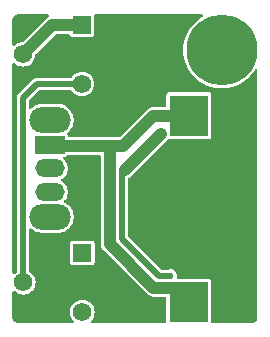
<source format=gbl>
G04 #@! TF.GenerationSoftware,KiCad,Pcbnew,8.0.1*
G04 #@! TF.CreationDate,2024-07-14T02:03:22+08:00*
G04 #@! TF.ProjectId,555Sandbox,35353553-616e-4646-926f-782e6b696361,1.0.0*
G04 #@! TF.SameCoordinates,Original*
G04 #@! TF.FileFunction,Copper,L2,Bot*
G04 #@! TF.FilePolarity,Positive*
%FSLAX46Y46*%
G04 Gerber Fmt 4.6, Leading zero omitted, Abs format (unit mm)*
G04 Created by KiCad (PCBNEW 8.0.1) date 2024-07-14 02:03:22*
%MOMM*%
%LPD*%
G01*
G04 APERTURE LIST*
G04 #@! TA.AperFunction,ComponentPad*
%ADD10C,6.000000*%
G04 #@! TD*
G04 #@! TA.AperFunction,ComponentPad*
%ADD11O,3.500000X2.200000*%
G04 #@! TD*
G04 #@! TA.AperFunction,ComponentPad*
%ADD12R,2.500000X1.500000*%
G04 #@! TD*
G04 #@! TA.AperFunction,ComponentPad*
%ADD13O,2.500000X1.500000*%
G04 #@! TD*
G04 #@! TA.AperFunction,ComponentPad*
%ADD14C,1.560000*%
G04 #@! TD*
G04 #@! TA.AperFunction,ComponentPad*
%ADD15R,1.560000X1.560000*%
G04 #@! TD*
G04 #@! TA.AperFunction,SMDPad,CuDef*
%ADD16R,3.300000X3.500000*%
G04 #@! TD*
G04 #@! TA.AperFunction,SMDPad,CuDef*
%ADD17C,10.200000*%
G04 #@! TD*
G04 #@! TA.AperFunction,ViaPad*
%ADD18C,0.600000*%
G04 #@! TD*
G04 #@! TA.AperFunction,Conductor*
%ADD19C,0.500000*%
G04 #@! TD*
G04 #@! TA.AperFunction,Conductor*
%ADD20C,1.000000*%
G04 #@! TD*
G04 APERTURE END LIST*
D10*
X93175000Y-70425000D03*
D11*
X78650000Y-76350000D03*
X78650000Y-84550000D03*
D12*
X78650000Y-78450000D03*
D13*
X78650000Y-80450000D03*
X78650000Y-82450000D03*
D14*
X81350000Y-73300000D03*
X76350000Y-70800000D03*
D15*
X81350000Y-68300000D03*
D14*
X81390000Y-92600000D03*
X76390000Y-90100000D03*
D15*
X81390000Y-87600000D03*
D16*
X90400000Y-76000000D03*
X90400000Y-91800000D03*
D17*
X90400000Y-83900000D03*
D18*
X81450000Y-90850000D03*
X83400000Y-88950000D03*
X84900000Y-91500000D03*
X83400000Y-93050000D03*
X76450000Y-68400000D03*
X84700000Y-74550000D03*
X84700000Y-73550000D03*
X88350000Y-72300000D03*
X88350000Y-73350000D03*
X84950000Y-80600000D03*
X88050000Y-77500000D03*
X88825000Y-89550000D03*
X95750000Y-86750000D03*
X95500000Y-73350000D03*
X93300000Y-74300000D03*
X94250000Y-88150000D03*
X95500000Y-74300000D03*
X94250000Y-89400000D03*
X95750000Y-88150000D03*
D19*
X81350000Y-73300000D02*
X77550000Y-73300000D01*
X77550000Y-73300000D02*
X76350000Y-74500000D01*
X76350000Y-90060000D02*
X76390000Y-90100000D01*
X76350000Y-74500000D02*
X76350000Y-90060000D01*
D20*
X90400000Y-76000000D02*
X87400000Y-76000000D01*
X87400000Y-76000000D02*
X84850000Y-78550000D01*
X84850000Y-78550000D02*
X78800000Y-78550000D01*
D19*
X84950000Y-80600000D02*
X84750000Y-80800000D01*
X84750000Y-80800000D02*
X84750000Y-86400000D01*
X84750000Y-86400000D02*
X87900000Y-89550000D01*
X87900000Y-89550000D02*
X88825000Y-89550000D01*
D20*
X84950000Y-80600000D02*
X88050000Y-77500000D01*
X83700000Y-78700000D02*
X83700000Y-86850000D01*
X83700000Y-86850000D02*
X87400000Y-90550000D01*
X87400000Y-90550000D02*
X89150000Y-90550000D01*
X78850000Y-68300000D02*
X76350000Y-70800000D01*
X81350000Y-68300000D02*
X78850000Y-68300000D01*
X90400000Y-76000000D02*
X90050000Y-76000000D01*
G04 #@! TA.AperFunction,Conductor*
G36*
X82892539Y-79320185D02*
G01*
X82938294Y-79372989D01*
X82949500Y-79424500D01*
X82949500Y-86923918D01*
X82949500Y-86923920D01*
X82949499Y-86923920D01*
X82978340Y-87068907D01*
X82978343Y-87068917D01*
X83034913Y-87205490D01*
X83034914Y-87205492D01*
X83060982Y-87244505D01*
X83060983Y-87244507D01*
X83117043Y-87328410D01*
X83117047Y-87328415D01*
X83117048Y-87328416D01*
X86817049Y-91028416D01*
X86904222Y-91115589D01*
X86921585Y-91132952D01*
X87044498Y-91215080D01*
X87044511Y-91215087D01*
X87181082Y-91271656D01*
X87181087Y-91271658D01*
X87181091Y-91271658D01*
X87181092Y-91271659D01*
X87326079Y-91300500D01*
X87326082Y-91300500D01*
X88375500Y-91300500D01*
X88442539Y-91320185D01*
X88488294Y-91372989D01*
X88499500Y-91424500D01*
X88499500Y-93425500D01*
X88479815Y-93492539D01*
X88427011Y-93538294D01*
X88375500Y-93549500D01*
X82203974Y-93549500D01*
X82136935Y-93529815D01*
X82091180Y-93477011D01*
X82081236Y-93407853D01*
X82110261Y-93344297D01*
X82118075Y-93336690D01*
X82117892Y-93336507D01*
X82122197Y-93332201D01*
X82167701Y-93276755D01*
X82250975Y-93175285D01*
X82346664Y-92996263D01*
X82405589Y-92802013D01*
X82425486Y-92600000D01*
X82405589Y-92397987D01*
X82346664Y-92203737D01*
X82346662Y-92203734D01*
X82346662Y-92203732D01*
X82250978Y-92024720D01*
X82250974Y-92024713D01*
X82122199Y-91867800D01*
X81965286Y-91739025D01*
X81965279Y-91739021D01*
X81786267Y-91643337D01*
X81689138Y-91613873D01*
X81592013Y-91584411D01*
X81592011Y-91584410D01*
X81592013Y-91584410D01*
X81390000Y-91564514D01*
X81187988Y-91584410D01*
X80993732Y-91643337D01*
X80814720Y-91739021D01*
X80814713Y-91739025D01*
X80657800Y-91867800D01*
X80529025Y-92024713D01*
X80529021Y-92024720D01*
X80433337Y-92203732D01*
X80374410Y-92397988D01*
X80354514Y-92600000D01*
X80374410Y-92802011D01*
X80433337Y-92996267D01*
X80529021Y-93175279D01*
X80529025Y-93175286D01*
X80657802Y-93332201D01*
X80662108Y-93336507D01*
X80660473Y-93338141D01*
X80694021Y-93387381D01*
X80695899Y-93457225D01*
X80659718Y-93516997D01*
X80596965Y-93547719D01*
X80576026Y-93549500D01*
X75964023Y-93549500D01*
X75950200Y-93548727D01*
X75858684Y-93538461D01*
X75831729Y-93532337D01*
X75751350Y-93504347D01*
X75726421Y-93492404D01*
X75701785Y-93477011D01*
X75654237Y-93447301D01*
X75632574Y-93430132D01*
X75572174Y-93370157D01*
X75554853Y-93348617D01*
X75509241Y-93276755D01*
X75497123Y-93251917D01*
X75468558Y-93171723D01*
X75462248Y-93144824D01*
X75457035Y-93101145D01*
X75451374Y-93053706D01*
X75450500Y-93039013D01*
X75450500Y-90924247D01*
X75470185Y-90857208D01*
X75522989Y-90811453D01*
X75592147Y-90801509D01*
X75653165Y-90828394D01*
X75814713Y-90960974D01*
X75814720Y-90960978D01*
X75993732Y-91056662D01*
X75993734Y-91056662D01*
X75993737Y-91056664D01*
X76187987Y-91115589D01*
X76187986Y-91115589D01*
X76206099Y-91117372D01*
X76390000Y-91135486D01*
X76592013Y-91115589D01*
X76786263Y-91056664D01*
X76965285Y-90960975D01*
X77122199Y-90832199D01*
X77250975Y-90675285D01*
X77346664Y-90496263D01*
X77405589Y-90302013D01*
X77425486Y-90100000D01*
X77405589Y-89897987D01*
X77346664Y-89703737D01*
X77346662Y-89703734D01*
X77346662Y-89703732D01*
X77250978Y-89524720D01*
X77250974Y-89524713D01*
X77122199Y-89367800D01*
X76965286Y-89239025D01*
X76965279Y-89239021D01*
X76916047Y-89212706D01*
X76866203Y-89163744D01*
X76850500Y-89103348D01*
X76850500Y-88404678D01*
X80359500Y-88404678D01*
X80374032Y-88477735D01*
X80374033Y-88477739D01*
X80374034Y-88477740D01*
X80429399Y-88560601D01*
X80512260Y-88615966D01*
X80512264Y-88615967D01*
X80585321Y-88630499D01*
X80585324Y-88630500D01*
X80585326Y-88630500D01*
X82194676Y-88630500D01*
X82194677Y-88630499D01*
X82267740Y-88615966D01*
X82350601Y-88560601D01*
X82405966Y-88477740D01*
X82420500Y-88404674D01*
X82420500Y-86795326D01*
X82420500Y-86795323D01*
X82420499Y-86795321D01*
X82405967Y-86722264D01*
X82405966Y-86722260D01*
X82350601Y-86639399D01*
X82267740Y-86584034D01*
X82267739Y-86584033D01*
X82267735Y-86584032D01*
X82194677Y-86569500D01*
X82194674Y-86569500D01*
X80585326Y-86569500D01*
X80585323Y-86569500D01*
X80512264Y-86584032D01*
X80512260Y-86584033D01*
X80429399Y-86639399D01*
X80374033Y-86722260D01*
X80374032Y-86722264D01*
X80359500Y-86795321D01*
X80359500Y-88404678D01*
X76850500Y-88404678D01*
X76850500Y-85609758D01*
X76870185Y-85542719D01*
X76922989Y-85496964D01*
X76992147Y-85487020D01*
X77055703Y-85516045D01*
X77062181Y-85522077D01*
X77120213Y-85580109D01*
X77292179Y-85705048D01*
X77292181Y-85705049D01*
X77292184Y-85705051D01*
X77481588Y-85801557D01*
X77683757Y-85867246D01*
X77893713Y-85900500D01*
X77893714Y-85900500D01*
X79406286Y-85900500D01*
X79406287Y-85900500D01*
X79616243Y-85867246D01*
X79818412Y-85801557D01*
X80007816Y-85705051D01*
X80029789Y-85689086D01*
X80179786Y-85580109D01*
X80179788Y-85580106D01*
X80179792Y-85580104D01*
X80330104Y-85429792D01*
X80330106Y-85429788D01*
X80330109Y-85429786D01*
X80455048Y-85257820D01*
X80455047Y-85257820D01*
X80455051Y-85257816D01*
X80551557Y-85068412D01*
X80617246Y-84866243D01*
X80650500Y-84656287D01*
X80650500Y-84443713D01*
X80617246Y-84233757D01*
X80551557Y-84031588D01*
X80455051Y-83842184D01*
X80455049Y-83842181D01*
X80455048Y-83842179D01*
X80330109Y-83670213D01*
X80179786Y-83519890D01*
X80007819Y-83394951D01*
X80007818Y-83394950D01*
X80007816Y-83394949D01*
X79902954Y-83341519D01*
X79852158Y-83293544D01*
X79835363Y-83225723D01*
X79857901Y-83159588D01*
X79871562Y-83143358D01*
X79927139Y-83087782D01*
X80036632Y-82923914D01*
X80112051Y-82741835D01*
X80150500Y-82548541D01*
X80150500Y-82351459D01*
X80150500Y-82351456D01*
X80112052Y-82158170D01*
X80112051Y-82158169D01*
X80112051Y-82158165D01*
X80112049Y-82158160D01*
X80036635Y-81976092D01*
X80036628Y-81976079D01*
X79927139Y-81812218D01*
X79927136Y-81812214D01*
X79787785Y-81672863D01*
X79787781Y-81672860D01*
X79623920Y-81563371D01*
X79618544Y-81560498D01*
X79619510Y-81558689D01*
X79572397Y-81520728D01*
X79550326Y-81454436D01*
X79567600Y-81386735D01*
X79618734Y-81339121D01*
X79622331Y-81337477D01*
X79623907Y-81336634D01*
X79623914Y-81336632D01*
X79787782Y-81227139D01*
X79927139Y-81087782D01*
X80036632Y-80923914D01*
X80112051Y-80741835D01*
X80150500Y-80548541D01*
X80150500Y-80351459D01*
X80150500Y-80351456D01*
X80112052Y-80158170D01*
X80112051Y-80158169D01*
X80112051Y-80158165D01*
X80062332Y-80038132D01*
X80036635Y-79976092D01*
X80036628Y-79976079D01*
X79927139Y-79812218D01*
X79927136Y-79812214D01*
X79787787Y-79672865D01*
X79784725Y-79670352D01*
X79783552Y-79668630D01*
X79783475Y-79668553D01*
X79783489Y-79668538D01*
X79745392Y-79612605D01*
X79743523Y-79542761D01*
X79779711Y-79482993D01*
X79842468Y-79452278D01*
X79863392Y-79450500D01*
X79924676Y-79450500D01*
X79924677Y-79450499D01*
X79997740Y-79435966D01*
X80080601Y-79380601D01*
X80097300Y-79355609D01*
X80150912Y-79310804D01*
X80200402Y-79300500D01*
X82825500Y-79300500D01*
X82892539Y-79320185D01*
G37*
G04 #@! TD.AperFunction*
G04 #@! TA.AperFunction,Conductor*
G36*
X91517320Y-67420185D02*
G01*
X91563075Y-67472989D01*
X91573019Y-67542147D01*
X91543994Y-67605703D01*
X91514210Y-67630749D01*
X91348182Y-67730646D01*
X91288959Y-67775666D01*
X91067589Y-67943946D01*
X91067580Y-67943954D01*
X90811685Y-68186350D01*
X90583505Y-68454983D01*
X90583498Y-68454993D01*
X90385695Y-68746730D01*
X90220597Y-69058137D01*
X90220588Y-69058155D01*
X90090127Y-69385589D01*
X90090126Y-69385591D01*
X89995834Y-69725203D01*
X89995833Y-69725206D01*
X89938808Y-70073045D01*
X89919726Y-70424997D01*
X89919726Y-70425002D01*
X89938808Y-70776954D01*
X89995833Y-71124793D01*
X89995834Y-71124796D01*
X90090126Y-71464408D01*
X90090127Y-71464410D01*
X90220588Y-71791844D01*
X90220597Y-71791862D01*
X90361186Y-72057040D01*
X90385695Y-72103269D01*
X90508512Y-72284411D01*
X90583498Y-72395006D01*
X90583505Y-72395016D01*
X90620887Y-72439025D01*
X90811686Y-72663650D01*
X91067580Y-72906046D01*
X91348182Y-73119354D01*
X91650202Y-73301074D01*
X91650206Y-73301075D01*
X91650210Y-73301078D01*
X91970088Y-73449070D01*
X91970092Y-73449070D01*
X91970099Y-73449074D01*
X92304122Y-73561619D01*
X92648355Y-73637391D01*
X92998763Y-73675500D01*
X92998769Y-73675500D01*
X93351231Y-73675500D01*
X93351237Y-73675500D01*
X93701645Y-73637391D01*
X94045878Y-73561619D01*
X94379901Y-73449074D01*
X94379908Y-73449070D01*
X94379911Y-73449070D01*
X94699789Y-73301078D01*
X94699798Y-73301074D01*
X95001818Y-73119354D01*
X95282420Y-72906046D01*
X95538314Y-72663650D01*
X95766501Y-72395008D01*
X95964305Y-72103269D01*
X95966488Y-72099150D01*
X96015273Y-72049138D01*
X96083356Y-72033439D01*
X96149119Y-72057040D01*
X96191682Y-72112449D01*
X96200048Y-72157184D01*
X96206580Y-93043017D01*
X96205800Y-93056940D01*
X96195623Y-93147262D01*
X96189444Y-93174334D01*
X96161731Y-93253531D01*
X96149683Y-93278547D01*
X96105042Y-93349592D01*
X96087730Y-93371302D01*
X96028395Y-93430636D01*
X96006685Y-93447949D01*
X95935642Y-93492587D01*
X95910624Y-93504634D01*
X95831427Y-93532345D01*
X95804355Y-93538524D01*
X95713848Y-93548720D01*
X95699967Y-93549499D01*
X95633605Y-93549499D01*
X95633589Y-93549500D01*
X92424500Y-93549500D01*
X92357461Y-93529815D01*
X92311706Y-93477011D01*
X92300500Y-93425500D01*
X92300500Y-90025323D01*
X92300499Y-90025321D01*
X92285967Y-89952264D01*
X92285966Y-89952260D01*
X92249703Y-89897988D01*
X92230601Y-89869399D01*
X92147740Y-89814034D01*
X92147739Y-89814033D01*
X92147735Y-89814032D01*
X92074677Y-89799500D01*
X92074674Y-89799500D01*
X89488797Y-89799500D01*
X89421758Y-89779815D01*
X89376003Y-89727011D01*
X89365858Y-89659314D01*
X89380250Y-89550000D01*
X89380250Y-89549999D01*
X89376921Y-89524713D01*
X89361330Y-89406291D01*
X89305861Y-89272375D01*
X89217621Y-89157379D01*
X89102625Y-89069139D01*
X89102624Y-89069138D01*
X89102622Y-89069137D01*
X88968712Y-89013671D01*
X88968710Y-89013670D01*
X88968709Y-89013670D01*
X88896854Y-89004210D01*
X88825001Y-88994750D01*
X88824999Y-88994750D01*
X88681293Y-89013669D01*
X88664912Y-89020453D01*
X88617572Y-89040062D01*
X88570124Y-89049500D01*
X88158676Y-89049500D01*
X88091637Y-89029815D01*
X88070995Y-89013181D01*
X85286819Y-86229005D01*
X85253334Y-86167682D01*
X85250500Y-86141324D01*
X85250500Y-81368109D01*
X85270185Y-81301070D01*
X85305608Y-81265007D01*
X85428416Y-81182952D01*
X88582991Y-78028377D01*
X88644314Y-77994892D01*
X88694864Y-77994441D01*
X88725323Y-78000500D01*
X88725326Y-78000500D01*
X92074676Y-78000500D01*
X92074677Y-78000499D01*
X92147740Y-77985966D01*
X92230601Y-77930601D01*
X92285966Y-77847740D01*
X92300500Y-77774674D01*
X92300500Y-74225326D01*
X92300500Y-74225323D01*
X92300499Y-74225321D01*
X92285967Y-74152264D01*
X92285966Y-74152260D01*
X92262366Y-74116940D01*
X92230601Y-74069399D01*
X92147740Y-74014034D01*
X92147739Y-74014033D01*
X92147735Y-74014032D01*
X92074677Y-73999500D01*
X92074674Y-73999500D01*
X88725326Y-73999500D01*
X88725323Y-73999500D01*
X88652264Y-74014032D01*
X88652260Y-74014033D01*
X88569399Y-74069399D01*
X88514033Y-74152260D01*
X88514032Y-74152264D01*
X88499500Y-74225321D01*
X88499500Y-75125500D01*
X88479815Y-75192539D01*
X88427011Y-75238294D01*
X88375500Y-75249500D01*
X87326076Y-75249500D01*
X87297242Y-75255234D01*
X87297243Y-75255235D01*
X87181093Y-75278339D01*
X87181083Y-75278342D01*
X87101081Y-75311479D01*
X87101082Y-75311480D01*
X87044506Y-75334915D01*
X87044503Y-75334917D01*
X87028543Y-75345580D01*
X86965135Y-75387949D01*
X86965134Y-75387950D01*
X86921586Y-75417046D01*
X86921581Y-75417050D01*
X84575451Y-77763181D01*
X84514128Y-77796666D01*
X84487770Y-77799500D01*
X80274500Y-77799500D01*
X80207461Y-77779815D01*
X80161706Y-77727011D01*
X80151766Y-77681320D01*
X80151097Y-77681386D01*
X80150531Y-77675645D01*
X80150500Y-77675500D01*
X80150500Y-77675323D01*
X80150499Y-77675321D01*
X80135967Y-77602264D01*
X80135966Y-77602261D01*
X80135966Y-77602260D01*
X80135964Y-77602258D01*
X80135964Y-77602256D01*
X80116597Y-77573271D01*
X80095719Y-77506594D01*
X80114204Y-77439214D01*
X80146812Y-77404064D01*
X80179792Y-77380104D01*
X80330104Y-77229792D01*
X80330106Y-77229788D01*
X80330109Y-77229786D01*
X80455048Y-77057820D01*
X80455047Y-77057820D01*
X80455051Y-77057816D01*
X80551557Y-76868412D01*
X80617246Y-76666243D01*
X80650500Y-76456287D01*
X80650500Y-76243713D01*
X80617246Y-76033757D01*
X80551557Y-75831588D01*
X80455051Y-75642184D01*
X80455049Y-75642181D01*
X80455048Y-75642179D01*
X80330109Y-75470213D01*
X80179786Y-75319890D01*
X80007820Y-75194951D01*
X79818414Y-75098444D01*
X79818413Y-75098443D01*
X79818412Y-75098443D01*
X79616243Y-75032754D01*
X79616241Y-75032753D01*
X79616240Y-75032753D01*
X79454957Y-75007208D01*
X79406287Y-74999500D01*
X77893713Y-74999500D01*
X77845042Y-75007208D01*
X77683760Y-75032753D01*
X77481585Y-75098444D01*
X77292179Y-75194951D01*
X77120213Y-75319890D01*
X77120209Y-75319894D01*
X77062181Y-75377923D01*
X77000858Y-75411408D01*
X76931166Y-75406424D01*
X76875233Y-75364552D01*
X76850816Y-75299088D01*
X76850500Y-75290242D01*
X76850500Y-74758675D01*
X76870185Y-74691636D01*
X76886819Y-74670994D01*
X77720994Y-73836819D01*
X77782317Y-73803334D01*
X77808675Y-73800500D01*
X80374729Y-73800500D01*
X80441768Y-73820185D01*
X80484088Y-73866048D01*
X80489026Y-73875287D01*
X80617800Y-74032199D01*
X80774713Y-74160974D01*
X80774720Y-74160978D01*
X80953732Y-74256662D01*
X80953734Y-74256662D01*
X80953737Y-74256664D01*
X81147987Y-74315589D01*
X81147986Y-74315589D01*
X81166099Y-74317372D01*
X81350000Y-74335486D01*
X81552013Y-74315589D01*
X81746263Y-74256664D01*
X81925285Y-74160975D01*
X82082199Y-74032199D01*
X82210975Y-73875285D01*
X82306664Y-73696263D01*
X82365589Y-73502013D01*
X82385486Y-73300000D01*
X82365589Y-73097987D01*
X82306664Y-72903737D01*
X82306662Y-72903734D01*
X82306662Y-72903732D01*
X82210978Y-72724720D01*
X82210974Y-72724713D01*
X82082199Y-72567800D01*
X81925286Y-72439025D01*
X81925279Y-72439021D01*
X81746267Y-72343337D01*
X81649138Y-72313873D01*
X81552013Y-72284411D01*
X81552011Y-72284410D01*
X81552013Y-72284410D01*
X81350000Y-72264514D01*
X81147988Y-72284410D01*
X80953732Y-72343337D01*
X80774720Y-72439021D01*
X80774713Y-72439025D01*
X80617800Y-72567800D01*
X80489026Y-72724712D01*
X80484088Y-72733952D01*
X80435126Y-72783797D01*
X80374729Y-72799500D01*
X77484107Y-72799500D01*
X77356812Y-72833608D01*
X77242686Y-72899500D01*
X77242683Y-72899502D01*
X77149498Y-72992688D01*
X76025245Y-74116940D01*
X76025244Y-74116940D01*
X76025245Y-74116941D01*
X75949500Y-74192686D01*
X75883608Y-74306812D01*
X75849500Y-74434108D01*
X75849500Y-89151829D01*
X75829815Y-89218868D01*
X75804165Y-89247682D01*
X75653165Y-89371605D01*
X75588855Y-89398918D01*
X75519988Y-89387127D01*
X75468427Y-89339975D01*
X75450500Y-89275752D01*
X75450500Y-71657075D01*
X75470185Y-71590036D01*
X75522989Y-71544281D01*
X75592147Y-71534337D01*
X75653165Y-71561222D01*
X75774713Y-71660974D01*
X75774720Y-71660978D01*
X75953732Y-71756662D01*
X75953734Y-71756662D01*
X75953737Y-71756664D01*
X76147987Y-71815589D01*
X76147986Y-71815589D01*
X76166099Y-71817372D01*
X76350000Y-71835486D01*
X76552013Y-71815589D01*
X76746263Y-71756664D01*
X76925285Y-71660975D01*
X77082199Y-71532199D01*
X77210975Y-71375285D01*
X77306664Y-71196263D01*
X77365589Y-71002013D01*
X77378309Y-70872861D01*
X77404470Y-70808075D01*
X77414022Y-70797344D01*
X79124549Y-69086819D01*
X79185872Y-69053334D01*
X79212230Y-69050500D01*
X80206960Y-69050500D01*
X80273999Y-69070185D01*
X80319754Y-69122989D01*
X80328577Y-69150309D01*
X80334032Y-69177736D01*
X80334033Y-69177739D01*
X80334034Y-69177740D01*
X80389399Y-69260601D01*
X80472260Y-69315966D01*
X80472264Y-69315967D01*
X80545321Y-69330499D01*
X80545324Y-69330500D01*
X80545326Y-69330500D01*
X82154676Y-69330500D01*
X82154677Y-69330499D01*
X82227740Y-69315966D01*
X82310601Y-69260601D01*
X82365966Y-69177740D01*
X82380500Y-69104674D01*
X82380500Y-67524500D01*
X82400185Y-67457461D01*
X82452989Y-67411706D01*
X82504500Y-67400500D01*
X91450281Y-67400500D01*
X91517320Y-67420185D01*
G37*
G04 #@! TD.AperFunction*
G04 #@! TA.AperFunction,Conductor*
G36*
X78505070Y-67420185D02*
G01*
X78550825Y-67472989D01*
X78560769Y-67542147D01*
X78531744Y-67605703D01*
X78499508Y-67631442D01*
X78499569Y-67631532D01*
X78498510Y-67632239D01*
X78496482Y-67633859D01*
X78494504Y-67634916D01*
X78445269Y-67667813D01*
X78371588Y-67717044D01*
X78371580Y-67717050D01*
X76352663Y-69735967D01*
X76291340Y-69769452D01*
X76277138Y-69771689D01*
X76147988Y-69784410D01*
X75953732Y-69843337D01*
X75774720Y-69939021D01*
X75774714Y-69939025D01*
X75653164Y-70038778D01*
X75588854Y-70066090D01*
X75519987Y-70054299D01*
X75468427Y-70007146D01*
X75450500Y-69942924D01*
X75450500Y-67906961D01*
X75451280Y-67893077D01*
X75457084Y-67841564D01*
X75461459Y-67802731D01*
X75467635Y-67775670D01*
X75495353Y-67696456D01*
X75507396Y-67671450D01*
X75552046Y-67600389D01*
X75569351Y-67578690D01*
X75628690Y-67519351D01*
X75650389Y-67502046D01*
X75721450Y-67457396D01*
X75746456Y-67445353D01*
X75825670Y-67417635D01*
X75852733Y-67411459D01*
X75915419Y-67404396D01*
X75943079Y-67401280D01*
X75956962Y-67400500D01*
X76015892Y-67400500D01*
X78438031Y-67400500D01*
X78505070Y-67420185D01*
G37*
G04 #@! TD.AperFunction*
M02*

</source>
